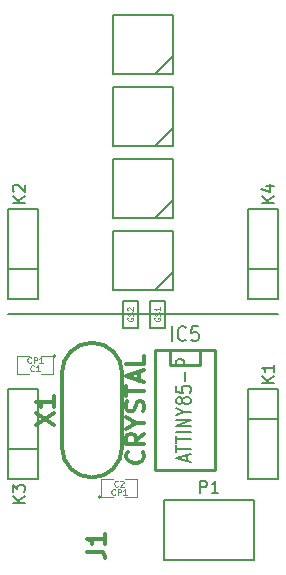
<source format=gto>
G04 (created by PCBNEW (2013-07-07 BZR 4022)-stable) date 8/18/2013 11:37:10 PM*
%MOIN*%
G04 Gerber Fmt 3.4, Leading zero omitted, Abs format*
%FSLAX34Y34*%
G01*
G70*
G90*
G04 APERTURE LIST*
%ADD10C,0.00590551*%
%ADD11C,0.00787402*%
%ADD12C,0.008*%
%ADD13C,0.0125*%
%ADD14C,0.0079*%
%ADD15C,0.006*%
%ADD16C,0.01*%
%ADD17C,0.005*%
%ADD18C,0.0039*%
%ADD19C,0.012*%
%ADD20C,0.0045*%
%ADD21C,0.0043*%
G04 APERTURE END LIST*
G54D10*
G54D11*
X94000Y-57500D02*
X85000Y-57500D01*
G54D12*
X90200Y-63700D02*
X93200Y-63700D01*
X93200Y-65700D02*
X90200Y-65700D01*
X90200Y-65700D02*
X90200Y-63700D01*
X93200Y-63700D02*
X93200Y-65700D01*
G54D13*
X88800Y-61950D02*
X88800Y-59450D01*
X86800Y-61950D02*
X86800Y-59450D01*
X87800Y-58450D02*
G75*
G03X86800Y-59450I0J-1000D01*
G74*
G01*
X88800Y-59450D02*
G75*
G03X87800Y-58450I-1000J0D01*
G74*
G01*
X86800Y-61950D02*
G75*
G03X87800Y-62950I1000J0D01*
G74*
G01*
X87800Y-62950D02*
G75*
G03X88800Y-61950I0J1000D01*
G74*
G01*
G54D14*
X89894Y-54284D02*
X90484Y-53694D01*
X88516Y-52316D02*
X90484Y-52316D01*
X90484Y-52316D02*
X90484Y-54284D01*
X90484Y-54284D02*
X88516Y-54284D01*
X88516Y-54284D02*
X88516Y-52316D01*
X89894Y-51884D02*
X90484Y-51294D01*
X88516Y-49916D02*
X90484Y-49916D01*
X90484Y-49916D02*
X90484Y-51884D01*
X90484Y-51884D02*
X88516Y-51884D01*
X88516Y-51884D02*
X88516Y-49916D01*
X89894Y-49484D02*
X90484Y-48894D01*
X88516Y-47516D02*
X90484Y-47516D01*
X90484Y-47516D02*
X90484Y-49484D01*
X90484Y-49484D02*
X88516Y-49484D01*
X88516Y-49484D02*
X88516Y-47516D01*
G54D15*
X86000Y-57000D02*
X85000Y-57000D01*
X85000Y-57000D02*
X85000Y-54000D01*
X85000Y-54000D02*
X86000Y-54000D01*
X86000Y-54000D02*
X86000Y-57000D01*
X85000Y-56000D02*
X86000Y-56000D01*
X93000Y-60000D02*
X94000Y-60000D01*
X94000Y-60000D02*
X94000Y-63000D01*
X94000Y-63000D02*
X93000Y-63000D01*
X93000Y-63000D02*
X93000Y-60000D01*
X94000Y-61000D02*
X93000Y-61000D01*
X86000Y-63000D02*
X85000Y-63000D01*
X85000Y-63000D02*
X85000Y-60000D01*
X85000Y-60000D02*
X86000Y-60000D01*
X86000Y-60000D02*
X86000Y-63000D01*
X85000Y-62000D02*
X86000Y-62000D01*
X94000Y-57000D02*
X93000Y-57000D01*
X93000Y-57000D02*
X93000Y-54000D01*
X93000Y-54000D02*
X94000Y-54000D01*
X94000Y-54000D02*
X94000Y-57000D01*
X93000Y-56000D02*
X94000Y-56000D01*
G54D14*
X89894Y-56684D02*
X90484Y-56094D01*
X88516Y-54716D02*
X90484Y-54716D01*
X90484Y-54716D02*
X90484Y-56684D01*
X90484Y-56684D02*
X88516Y-56684D01*
X88516Y-56684D02*
X88516Y-54716D01*
G54D16*
X91400Y-58700D02*
X91400Y-59200D01*
X91400Y-59200D02*
X90400Y-59200D01*
X90400Y-59200D02*
X90400Y-58700D01*
X91900Y-58700D02*
X91900Y-62700D01*
X91900Y-62700D02*
X89900Y-62700D01*
X89900Y-62700D02*
X89900Y-58700D01*
X89900Y-58700D02*
X91900Y-58700D01*
G54D17*
X89750Y-57950D02*
X89750Y-57050D01*
X89750Y-57050D02*
X90250Y-57050D01*
X90250Y-57050D02*
X90250Y-57950D01*
X90250Y-57950D02*
X89750Y-57950D01*
X88850Y-57950D02*
X88850Y-57050D01*
X88850Y-57050D02*
X89350Y-57050D01*
X89350Y-57050D02*
X89350Y-57950D01*
X89350Y-57950D02*
X88850Y-57950D01*
G54D18*
X86600Y-58900D02*
G75*
G03X86600Y-58900I-50J0D01*
G74*
G01*
X86100Y-58900D02*
X86500Y-58900D01*
X86500Y-58900D02*
X86500Y-59500D01*
X86500Y-59500D02*
X86100Y-59500D01*
X85700Y-59500D02*
X85300Y-59500D01*
X85300Y-59500D02*
X85300Y-58900D01*
X85300Y-58900D02*
X85700Y-58900D01*
X88100Y-63600D02*
G75*
G03X88100Y-63600I-50J0D01*
G74*
G01*
X88500Y-63600D02*
X88100Y-63600D01*
X88100Y-63600D02*
X88100Y-63000D01*
X88100Y-63000D02*
X88500Y-63000D01*
X88900Y-63000D02*
X89300Y-63000D01*
X89300Y-63000D02*
X89300Y-63600D01*
X89300Y-63600D02*
X88900Y-63600D01*
G54D19*
X87642Y-65416D02*
X88071Y-65416D01*
X88157Y-65444D01*
X88214Y-65501D01*
X88242Y-65587D01*
X88242Y-65644D01*
X88242Y-64816D02*
X88242Y-65158D01*
X88242Y-64987D02*
X87642Y-64987D01*
X87728Y-65044D01*
X87785Y-65101D01*
X87814Y-65158D01*
G54D12*
X91404Y-63461D02*
X91404Y-63061D01*
X91557Y-63061D01*
X91595Y-63080D01*
X91614Y-63100D01*
X91633Y-63138D01*
X91633Y-63195D01*
X91614Y-63233D01*
X91595Y-63252D01*
X91557Y-63271D01*
X91404Y-63271D01*
X92014Y-63461D02*
X91785Y-63461D01*
X91900Y-63461D02*
X91900Y-63061D01*
X91861Y-63119D01*
X91823Y-63157D01*
X91785Y-63176D01*
G54D19*
X85942Y-61185D02*
X86542Y-60785D01*
X85942Y-60785D02*
X86542Y-61185D01*
X86542Y-60242D02*
X86542Y-60585D01*
X86542Y-60414D02*
X85942Y-60414D01*
X86028Y-60471D01*
X86085Y-60528D01*
X86114Y-60585D01*
X89485Y-62085D02*
X89514Y-62114D01*
X89542Y-62200D01*
X89542Y-62257D01*
X89514Y-62342D01*
X89457Y-62400D01*
X89400Y-62428D01*
X89285Y-62457D01*
X89200Y-62457D01*
X89085Y-62428D01*
X89028Y-62400D01*
X88971Y-62342D01*
X88942Y-62257D01*
X88942Y-62200D01*
X88971Y-62114D01*
X89000Y-62085D01*
X89542Y-61485D02*
X89257Y-61685D01*
X89542Y-61828D02*
X88942Y-61828D01*
X88942Y-61600D01*
X88971Y-61542D01*
X89000Y-61514D01*
X89057Y-61485D01*
X89142Y-61485D01*
X89200Y-61514D01*
X89228Y-61542D01*
X89257Y-61600D01*
X89257Y-61828D01*
X89257Y-61114D02*
X89542Y-61114D01*
X88942Y-61314D02*
X89257Y-61114D01*
X88942Y-60914D01*
X89514Y-60742D02*
X89542Y-60657D01*
X89542Y-60514D01*
X89514Y-60457D01*
X89485Y-60428D01*
X89428Y-60400D01*
X89371Y-60400D01*
X89314Y-60428D01*
X89285Y-60457D01*
X89257Y-60514D01*
X89228Y-60628D01*
X89200Y-60685D01*
X89171Y-60714D01*
X89114Y-60742D01*
X89057Y-60742D01*
X89000Y-60714D01*
X88971Y-60685D01*
X88942Y-60628D01*
X88942Y-60485D01*
X88971Y-60400D01*
X88942Y-60228D02*
X88942Y-59885D01*
X89542Y-60057D02*
X88942Y-60057D01*
X89371Y-59714D02*
X89371Y-59428D01*
X89542Y-59771D02*
X88942Y-59571D01*
X89542Y-59371D01*
X89542Y-58885D02*
X89542Y-59171D01*
X88942Y-59171D01*
G54D15*
X85561Y-53795D02*
X85161Y-53795D01*
X85561Y-53566D02*
X85333Y-53738D01*
X85161Y-53566D02*
X85390Y-53795D01*
X85200Y-53414D02*
X85180Y-53395D01*
X85161Y-53357D01*
X85161Y-53261D01*
X85180Y-53223D01*
X85200Y-53204D01*
X85238Y-53185D01*
X85276Y-53185D01*
X85333Y-53204D01*
X85561Y-53433D01*
X85561Y-53185D01*
X93861Y-59795D02*
X93461Y-59795D01*
X93861Y-59566D02*
X93633Y-59738D01*
X93461Y-59566D02*
X93690Y-59795D01*
X93861Y-59185D02*
X93861Y-59414D01*
X93861Y-59299D02*
X93461Y-59299D01*
X93519Y-59338D01*
X93557Y-59376D01*
X93576Y-59414D01*
X85561Y-63795D02*
X85161Y-63795D01*
X85561Y-63566D02*
X85333Y-63738D01*
X85161Y-63566D02*
X85390Y-63795D01*
X85161Y-63433D02*
X85161Y-63185D01*
X85314Y-63319D01*
X85314Y-63261D01*
X85333Y-63223D01*
X85352Y-63204D01*
X85390Y-63185D01*
X85485Y-63185D01*
X85523Y-63204D01*
X85542Y-63223D01*
X85561Y-63261D01*
X85561Y-63376D01*
X85542Y-63414D01*
X85523Y-63433D01*
X93861Y-53795D02*
X93461Y-53795D01*
X93861Y-53566D02*
X93633Y-53738D01*
X93461Y-53566D02*
X93690Y-53795D01*
X93595Y-53223D02*
X93861Y-53223D01*
X93442Y-53319D02*
X93728Y-53414D01*
X93728Y-53166D01*
G54D12*
X90460Y-58402D02*
X90460Y-57902D01*
X90932Y-58354D02*
X90910Y-58378D01*
X90846Y-58402D01*
X90803Y-58402D01*
X90739Y-58378D01*
X90696Y-58330D01*
X90675Y-58283D01*
X90653Y-58188D01*
X90653Y-58116D01*
X90675Y-58021D01*
X90696Y-57973D01*
X90739Y-57926D01*
X90803Y-57902D01*
X90846Y-57902D01*
X90910Y-57926D01*
X90932Y-57950D01*
X91339Y-57902D02*
X91125Y-57902D01*
X91103Y-58140D01*
X91125Y-58116D01*
X91167Y-58092D01*
X91275Y-58092D01*
X91317Y-58116D01*
X91339Y-58140D01*
X91360Y-58188D01*
X91360Y-58307D01*
X91339Y-58354D01*
X91317Y-58378D01*
X91275Y-58402D01*
X91167Y-58402D01*
X91125Y-58378D01*
X91103Y-58354D01*
X90959Y-62404D02*
X90959Y-62214D01*
X91102Y-62442D02*
X90602Y-62309D01*
X91102Y-62176D01*
X90602Y-62100D02*
X90602Y-61871D01*
X91102Y-61985D02*
X90602Y-61985D01*
X90602Y-61795D02*
X90602Y-61566D01*
X91102Y-61680D02*
X90602Y-61680D01*
X91102Y-61433D02*
X90602Y-61433D01*
X91102Y-61242D02*
X90602Y-61242D01*
X91102Y-61014D01*
X90602Y-61014D01*
X90864Y-60747D02*
X91102Y-60747D01*
X90602Y-60880D02*
X90864Y-60747D01*
X90602Y-60614D01*
X90816Y-60423D02*
X90792Y-60461D01*
X90769Y-60480D01*
X90721Y-60500D01*
X90697Y-60500D01*
X90650Y-60480D01*
X90626Y-60461D01*
X90602Y-60423D01*
X90602Y-60347D01*
X90626Y-60309D01*
X90650Y-60290D01*
X90697Y-60271D01*
X90721Y-60271D01*
X90769Y-60290D01*
X90792Y-60309D01*
X90816Y-60347D01*
X90816Y-60423D01*
X90840Y-60461D01*
X90864Y-60480D01*
X90911Y-60500D01*
X91007Y-60500D01*
X91054Y-60480D01*
X91078Y-60461D01*
X91102Y-60423D01*
X91102Y-60347D01*
X91078Y-60309D01*
X91054Y-60290D01*
X91007Y-60271D01*
X90911Y-60271D01*
X90864Y-60290D01*
X90840Y-60309D01*
X90816Y-60347D01*
X90602Y-59909D02*
X90602Y-60100D01*
X90840Y-60119D01*
X90816Y-60100D01*
X90792Y-60061D01*
X90792Y-59966D01*
X90816Y-59928D01*
X90840Y-59909D01*
X90888Y-59890D01*
X91007Y-59890D01*
X91054Y-59909D01*
X91078Y-59928D01*
X91102Y-59966D01*
X91102Y-60061D01*
X91078Y-60100D01*
X91054Y-60119D01*
X90911Y-59719D02*
X90911Y-59414D01*
X91102Y-59223D02*
X90602Y-59223D01*
X90602Y-59071D01*
X90626Y-59033D01*
X90650Y-59014D01*
X90697Y-58995D01*
X90769Y-58995D01*
X90816Y-59014D01*
X90840Y-59033D01*
X90864Y-59071D01*
X90864Y-59223D01*
G54D20*
X89890Y-57624D02*
X89880Y-57641D01*
X89880Y-57667D01*
X89890Y-57692D01*
X89909Y-57710D01*
X89928Y-57718D01*
X89966Y-57727D01*
X89995Y-57727D01*
X90033Y-57718D01*
X90052Y-57710D01*
X90071Y-57692D01*
X90080Y-57667D01*
X90080Y-57650D01*
X90071Y-57624D01*
X90061Y-57615D01*
X89995Y-57615D01*
X89995Y-57650D01*
X90071Y-57547D02*
X90080Y-57521D01*
X90080Y-57478D01*
X90071Y-57461D01*
X90061Y-57452D01*
X90042Y-57444D01*
X90023Y-57444D01*
X90004Y-57452D01*
X89995Y-57461D01*
X89985Y-57478D01*
X89976Y-57512D01*
X89966Y-57530D01*
X89957Y-57538D01*
X89938Y-57547D01*
X89919Y-57547D01*
X89900Y-57538D01*
X89890Y-57530D01*
X89880Y-57512D01*
X89880Y-57470D01*
X89890Y-57444D01*
X90080Y-57272D02*
X90080Y-57375D01*
X90080Y-57324D02*
X89880Y-57324D01*
X89909Y-57341D01*
X89928Y-57358D01*
X89938Y-57375D01*
X88990Y-57624D02*
X88980Y-57641D01*
X88980Y-57667D01*
X88990Y-57692D01*
X89009Y-57710D01*
X89028Y-57718D01*
X89066Y-57727D01*
X89095Y-57727D01*
X89133Y-57718D01*
X89152Y-57710D01*
X89171Y-57692D01*
X89180Y-57667D01*
X89180Y-57650D01*
X89171Y-57624D01*
X89161Y-57615D01*
X89095Y-57615D01*
X89095Y-57650D01*
X89171Y-57547D02*
X89180Y-57521D01*
X89180Y-57478D01*
X89171Y-57461D01*
X89161Y-57452D01*
X89142Y-57444D01*
X89123Y-57444D01*
X89104Y-57452D01*
X89095Y-57461D01*
X89085Y-57478D01*
X89076Y-57512D01*
X89066Y-57530D01*
X89057Y-57538D01*
X89038Y-57547D01*
X89019Y-57547D01*
X89000Y-57538D01*
X88990Y-57530D01*
X88980Y-57512D01*
X88980Y-57470D01*
X88990Y-57444D01*
X89000Y-57375D02*
X88990Y-57367D01*
X88980Y-57350D01*
X88980Y-57307D01*
X88990Y-57290D01*
X89000Y-57281D01*
X89019Y-57272D01*
X89038Y-57272D01*
X89066Y-57281D01*
X89180Y-57384D01*
X89180Y-57272D01*
G54D21*
X85867Y-59385D02*
X85857Y-59395D01*
X85829Y-59404D01*
X85810Y-59404D01*
X85782Y-59395D01*
X85763Y-59376D01*
X85754Y-59357D01*
X85745Y-59320D01*
X85745Y-59292D01*
X85754Y-59254D01*
X85763Y-59235D01*
X85782Y-59217D01*
X85810Y-59207D01*
X85829Y-59207D01*
X85857Y-59217D01*
X85867Y-59226D01*
X86054Y-59404D02*
X85942Y-59404D01*
X85998Y-59404D02*
X85998Y-59207D01*
X85979Y-59235D01*
X85960Y-59254D01*
X85942Y-59264D01*
X85768Y-59110D02*
X85759Y-59120D01*
X85731Y-59129D01*
X85712Y-59129D01*
X85684Y-59120D01*
X85665Y-59101D01*
X85656Y-59082D01*
X85646Y-59045D01*
X85646Y-59017D01*
X85656Y-58979D01*
X85665Y-58960D01*
X85684Y-58942D01*
X85712Y-58932D01*
X85731Y-58932D01*
X85759Y-58942D01*
X85768Y-58951D01*
X85853Y-59129D02*
X85853Y-58932D01*
X85928Y-58932D01*
X85946Y-58942D01*
X85956Y-58951D01*
X85965Y-58970D01*
X85965Y-58998D01*
X85956Y-59017D01*
X85946Y-59026D01*
X85928Y-59035D01*
X85853Y-59035D01*
X86153Y-59129D02*
X86040Y-59129D01*
X86097Y-59129D02*
X86097Y-58932D01*
X86078Y-58960D01*
X86059Y-58979D01*
X86040Y-58989D01*
X88667Y-63235D02*
X88657Y-63245D01*
X88629Y-63254D01*
X88610Y-63254D01*
X88582Y-63245D01*
X88563Y-63226D01*
X88554Y-63207D01*
X88545Y-63170D01*
X88545Y-63142D01*
X88554Y-63104D01*
X88563Y-63085D01*
X88582Y-63067D01*
X88610Y-63057D01*
X88629Y-63057D01*
X88657Y-63067D01*
X88667Y-63076D01*
X88742Y-63076D02*
X88751Y-63067D01*
X88770Y-63057D01*
X88817Y-63057D01*
X88836Y-63067D01*
X88845Y-63076D01*
X88854Y-63095D01*
X88854Y-63114D01*
X88845Y-63142D01*
X88732Y-63254D01*
X88854Y-63254D01*
X88568Y-63510D02*
X88559Y-63520D01*
X88531Y-63529D01*
X88512Y-63529D01*
X88484Y-63520D01*
X88465Y-63501D01*
X88456Y-63482D01*
X88446Y-63445D01*
X88446Y-63417D01*
X88456Y-63379D01*
X88465Y-63360D01*
X88484Y-63342D01*
X88512Y-63332D01*
X88531Y-63332D01*
X88559Y-63342D01*
X88568Y-63351D01*
X88653Y-63529D02*
X88653Y-63332D01*
X88728Y-63332D01*
X88746Y-63342D01*
X88756Y-63351D01*
X88765Y-63370D01*
X88765Y-63398D01*
X88756Y-63417D01*
X88746Y-63426D01*
X88728Y-63435D01*
X88653Y-63435D01*
X88953Y-63529D02*
X88840Y-63529D01*
X88897Y-63529D02*
X88897Y-63332D01*
X88878Y-63360D01*
X88859Y-63379D01*
X88840Y-63389D01*
M02*

</source>
